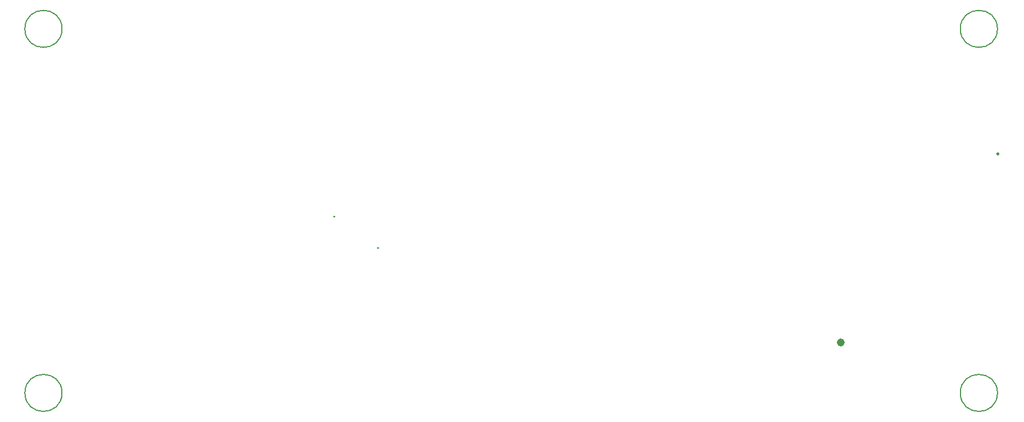
<source format=gbr>
%TF.GenerationSoftware,KiCad,Pcbnew,8.0.3*%
%TF.CreationDate,2024-11-25T10:27:06+01:00*%
%TF.ProjectId,Teensy Board,5465656e-7379-4204-926f-6172642e6b69,rev?*%
%TF.SameCoordinates,Original*%
%TF.FileFunction,Other,Comment*%
%FSLAX46Y46*%
G04 Gerber Fmt 4.6, Leading zero omitted, Abs format (unit mm)*
G04 Created by KiCad (PCBNEW 8.0.3) date 2024-11-25 10:27:06*
%MOMM*%
%LPD*%
G01*
G04 APERTURE LIST*
%ADD10C,0.200000*%
%ADD11C,0.600000*%
%ADD12C,0.150000*%
%ADD13C,0.250000*%
G04 APERTURE END LIST*
D10*
%TO.C,Q1*%
X77920000Y-95850000D02*
G75*
G02*
X77720000Y-95850000I-100000J0D01*
G01*
X77720000Y-95850000D02*
G75*
G02*
X77920000Y-95850000I100000J0D01*
G01*
D11*
%TO.C,U4*%
X154470000Y-114880000D02*
G75*
G02*
X153870000Y-114880000I-300000J0D01*
G01*
X153870000Y-114880000D02*
G75*
G02*
X154470000Y-114880000I300000J0D01*
G01*
D12*
%TO.C,H3*%
X177800000Y-67500000D02*
G75*
G02*
X172200000Y-67500000I-2800000J0D01*
G01*
X172200000Y-67500000D02*
G75*
G02*
X177800000Y-67500000I2800000J0D01*
G01*
%TO.C,H2*%
X36800000Y-122500000D02*
G75*
G02*
X31200000Y-122500000I-2800000J0D01*
G01*
X31200000Y-122500000D02*
G75*
G02*
X36800000Y-122500000I2800000J0D01*
G01*
D10*
%TO.C,Q2*%
X84530000Y-100620000D02*
G75*
G02*
X84330000Y-100620000I-100000J0D01*
G01*
X84330000Y-100620000D02*
G75*
G02*
X84530000Y-100620000I100000J0D01*
G01*
D12*
%TO.C,H1*%
X36800000Y-67500000D02*
G75*
G02*
X31200000Y-67500000I-2800000J0D01*
G01*
X31200000Y-67500000D02*
G75*
G02*
X36800000Y-67500000I2800000J0D01*
G01*
D13*
%TO.C,Q3*%
X177980000Y-86400000D02*
G75*
G02*
X177720000Y-86400000I-130000J0D01*
G01*
X177720000Y-86400000D02*
G75*
G02*
X177980000Y-86400000I130000J0D01*
G01*
D12*
%TO.C,H4*%
X177800000Y-122500000D02*
G75*
G02*
X172200000Y-122500000I-2800000J0D01*
G01*
X172200000Y-122500000D02*
G75*
G02*
X177800000Y-122500000I2800000J0D01*
G01*
%TD*%
M02*

</source>
